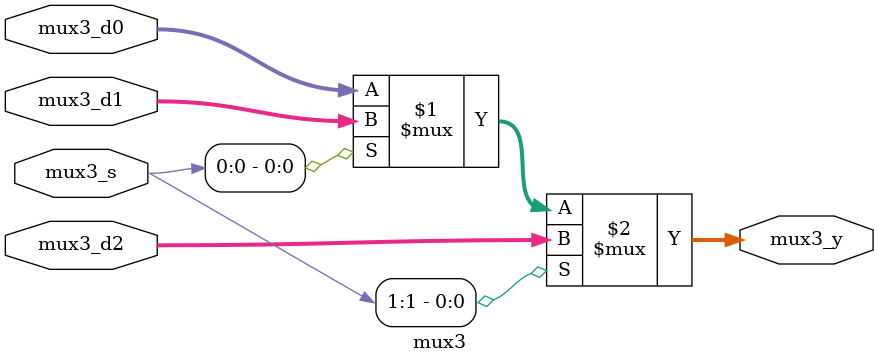
<source format=sv>
`timescale 1ns / 1ps

module mux3#(parameter WIDTH = 32)(
    input   logic [WIDTH-1:0]   mux3_d0,mux3_d1,mux3_d2,
    input   logic [1:0]         mux3_s,
    output  logic [WIDTH-1:0]   mux3_y
);
    assign mux3_y = mux3_s[1] ? mux3_d2 : (mux3_s[0] ? mux3_d1 : mux3_d0);
endmodule
</source>
